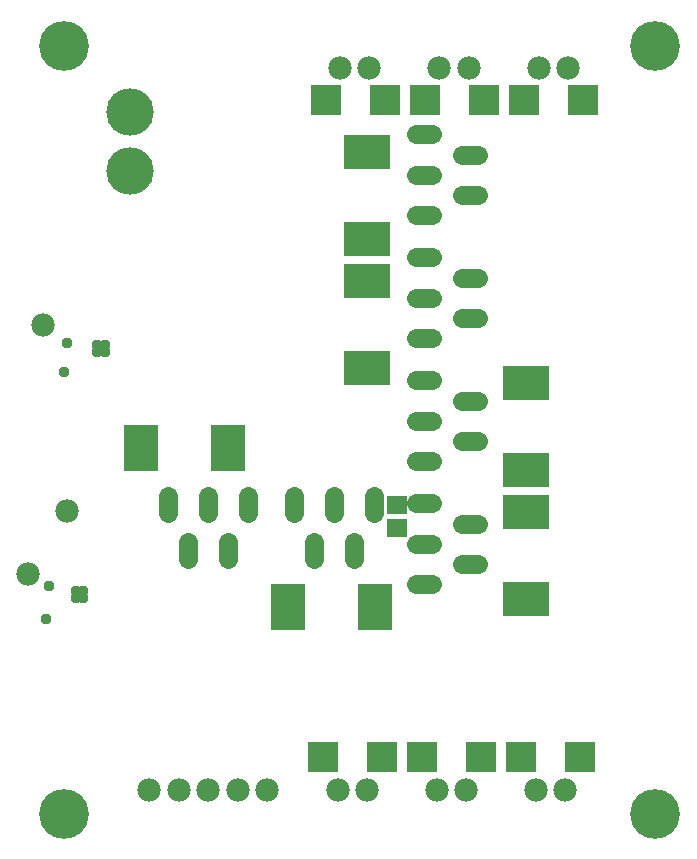
<source format=gbs>
G75*
G70*
%OFA0B0*%
%FSLAX24Y24*%
%IPPOS*%
%LPD*%
%AMOC8*
5,1,8,0,0,1.08239X$1,22.5*
%
%ADD10C,0.1580*%
%ADD11C,0.0780*%
%ADD12C,0.0634*%
%ADD13R,0.1025X0.1025*%
%ADD14R,0.1576X0.1182*%
%ADD15R,0.1182X0.1576*%
%ADD16R,0.0671X0.0592*%
%ADD17OC8,0.0358*%
%ADD18C,0.1661*%
D10*
X004380Y023196D03*
X004380Y025164D03*
D11*
X001480Y018080D03*
X002280Y011880D03*
X000980Y009780D03*
X005011Y002580D03*
X005996Y002580D03*
X006980Y002580D03*
X007964Y002580D03*
X008949Y002580D03*
X011288Y002580D03*
X012272Y002580D03*
X014588Y002580D03*
X015572Y002580D03*
X017898Y002580D03*
X018882Y002580D03*
X018982Y026640D03*
X017998Y026640D03*
X015662Y026640D03*
X014678Y026640D03*
X012352Y026620D03*
X011368Y026620D03*
D12*
X013896Y024419D02*
X014450Y024419D01*
X015431Y023749D02*
X015986Y023749D01*
X015986Y022411D02*
X015431Y022411D01*
X014450Y023080D02*
X013896Y023080D01*
X013896Y021741D02*
X014450Y021741D01*
X014450Y020319D02*
X013896Y020319D01*
X013896Y018980D02*
X014450Y018980D01*
X015431Y018311D02*
X015986Y018311D01*
X015986Y019649D02*
X015431Y019649D01*
X014450Y017641D02*
X013896Y017641D01*
X013896Y016219D02*
X014450Y016219D01*
X015431Y015549D02*
X015986Y015549D01*
X015986Y014211D02*
X015431Y014211D01*
X014450Y014880D02*
X013896Y014880D01*
X013896Y013541D02*
X014450Y013541D01*
X014450Y012119D02*
X013896Y012119D01*
X013896Y010780D02*
X014450Y010780D01*
X015431Y010111D02*
X015986Y010111D01*
X015986Y011449D02*
X015431Y011449D01*
X014450Y009441D02*
X013896Y009441D01*
X011849Y010274D02*
X011849Y010829D01*
X011180Y011810D02*
X011180Y012364D01*
X009841Y012364D02*
X009841Y011810D01*
X010511Y010829D02*
X010511Y010274D01*
X012519Y011810D02*
X012519Y012364D01*
X008319Y012364D02*
X008319Y011810D01*
X007649Y010829D02*
X007649Y010274D01*
X006311Y010274D02*
X006311Y010829D01*
X006980Y011810D02*
X006980Y012364D01*
X005641Y012364D02*
X005641Y011810D01*
D13*
X010796Y003680D03*
X012764Y003680D03*
X014096Y003680D03*
X016064Y003680D03*
X017396Y003680D03*
X019364Y003680D03*
X019464Y025580D03*
X017496Y025580D03*
X016164Y025580D03*
X014196Y025580D03*
X012864Y025580D03*
X010896Y025580D03*
D14*
X012280Y023837D03*
X012280Y020923D03*
X012280Y019537D03*
X012280Y016623D03*
X017580Y016137D03*
X017580Y013223D03*
X017580Y011837D03*
X017580Y008923D03*
D15*
X012537Y008680D03*
X009623Y008680D03*
X007637Y013980D03*
X004723Y013980D03*
D16*
X013280Y012054D03*
X013280Y011306D03*
D17*
X003548Y017165D03*
X003548Y017401D03*
X003272Y017401D03*
X003272Y017165D03*
X002280Y017480D03*
X002180Y016510D03*
X001680Y009380D03*
X002560Y009200D03*
X002560Y008960D03*
X002800Y008960D03*
X002800Y009200D03*
X001580Y008280D03*
D18*
X002180Y001780D03*
X021880Y001780D03*
X021880Y027380D03*
X002180Y027380D03*
M02*

</source>
